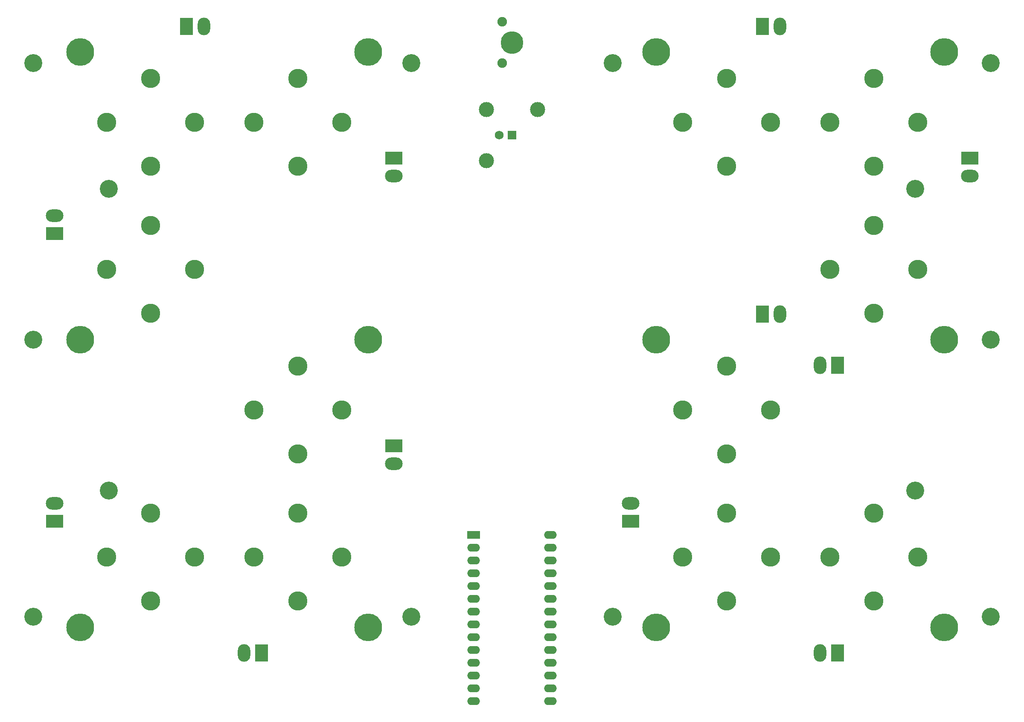
<source format=gbs>
%TF.GenerationSoftware,KiCad,Pcbnew,5.1.10-88a1d61d58~88~ubuntu20.10.1*%
%TF.CreationDate,2021-06-25T14:56:41-04:00*%
%TF.ProjectId,lickport_array_module,6c69636b-706f-4727-945f-61727261795f,1.1*%
%TF.SameCoordinates,Original*%
%TF.FileFunction,Soldermask,Bot*%
%TF.FilePolarity,Negative*%
%FSLAX46Y46*%
G04 Gerber Fmt 4.6, Leading zero omitted, Abs format (unit mm)*
G04 Created by KiCad (PCBNEW 5.1.10-88a1d61d58~88~ubuntu20.10.1) date 2021-06-25 14:56:41*
%MOMM*%
%LPD*%
G01*
G04 APERTURE LIST*
%ADD10C,1.900000*%
%ADD11C,4.500000*%
%ADD12C,3.810000*%
%ADD13O,2.540000X1.524000*%
%ADD14R,2.540000X1.524000*%
%ADD15C,3.000000*%
%ADD16C,1.750000*%
%ADD17R,1.750000X1.750000*%
%ADD18O,3.500000X2.500000*%
%ADD19R,3.500000X2.500000*%
%ADD20O,2.500000X3.500000*%
%ADD21R,2.500000X3.500000*%
%ADD22C,3.556000*%
%ADD23C,5.511800*%
G04 APERTURE END LIST*
D10*
%TO.C,P1*%
X137700000Y-33945000D03*
X137700000Y-25745000D03*
D11*
X139700000Y-29845000D03*
%TD*%
D12*
%TO.C,S1*%
X67945000Y-83658809D03*
X59216191Y-74930000D03*
X67945000Y-66201191D03*
X76673809Y-74930000D03*
%TD*%
%TO.C,S2*%
X59216191Y-45720000D03*
X67945000Y-36991191D03*
X76673809Y-45720000D03*
X67945000Y-54448809D03*
%TD*%
%TO.C,S3*%
X97155000Y-36991191D03*
X105883809Y-45720000D03*
X97155000Y-54448809D03*
X88426191Y-45720000D03*
%TD*%
%TO.C,S4*%
X173516191Y-45720000D03*
X182245000Y-36991191D03*
X190973809Y-45720000D03*
X182245000Y-54448809D03*
%TD*%
%TO.C,S5*%
X211455000Y-36991191D03*
X220183809Y-45720000D03*
X211455000Y-54448809D03*
X202726191Y-45720000D03*
%TD*%
%TO.C,S6*%
X220183809Y-74930000D03*
X211455000Y-83658809D03*
X202726191Y-74930000D03*
X211455000Y-66201191D03*
%TD*%
%TO.C,S7*%
X220183809Y-132080000D03*
X211455000Y-140808809D03*
X202726191Y-132080000D03*
X211455000Y-123351191D03*
%TD*%
%TO.C,S8*%
X173516191Y-102870000D03*
X182245000Y-94141191D03*
X190973809Y-102870000D03*
X182245000Y-111598809D03*
%TD*%
%TO.C,S9*%
X182245000Y-140808809D03*
X173516191Y-132080000D03*
X182245000Y-123351191D03*
X190973809Y-132080000D03*
%TD*%
%TO.C,S10*%
X105883809Y-132080000D03*
X97155000Y-140808809D03*
X88426191Y-132080000D03*
X97155000Y-123351191D03*
%TD*%
%TO.C,S11*%
X67945000Y-140808809D03*
X59216191Y-132080000D03*
X67945000Y-123351191D03*
X76673809Y-132080000D03*
%TD*%
%TO.C,S12*%
X97155000Y-94141191D03*
X105883809Y-102870000D03*
X97155000Y-111598809D03*
X88426191Y-102870000D03*
%TD*%
D13*
%TO.C,TEENSY1*%
X147320000Y-127635000D03*
X147320000Y-130175000D03*
X147320000Y-132715000D03*
X147320000Y-135255000D03*
X147320000Y-137795000D03*
X147320000Y-140335000D03*
X147320000Y-142875000D03*
X147320000Y-145415000D03*
X147320000Y-147955000D03*
X147320000Y-150495000D03*
X147320000Y-153035000D03*
X147320000Y-155575000D03*
X147320000Y-158115000D03*
X147320000Y-160655000D03*
X132080000Y-160655000D03*
X132080000Y-158115000D03*
X132080000Y-155575000D03*
X132080000Y-153035000D03*
X132080000Y-150495000D03*
X132080000Y-147955000D03*
X132080000Y-145415000D03*
X132080000Y-142875000D03*
X132080000Y-140335000D03*
X132080000Y-137795000D03*
X132080000Y-135255000D03*
X132080000Y-132715000D03*
X132080000Y-130175000D03*
D14*
X132080000Y-127635000D03*
%TD*%
D15*
%TO.C,P2*%
X134620000Y-53340000D03*
D16*
X137160000Y-48260000D03*
D17*
X139700000Y-48260000D03*
D15*
X144780000Y-43180000D03*
X134620000Y-43180000D03*
%TD*%
D18*
%TO.C,T1*%
X48895000Y-64290000D03*
D19*
X48895000Y-67790000D03*
%TD*%
D20*
%TO.C,T2*%
X78585000Y-26670000D03*
D21*
X75085000Y-26670000D03*
%TD*%
D18*
%TO.C,T3*%
X116205000Y-56360000D03*
D19*
X116205000Y-52860000D03*
%TD*%
D20*
%TO.C,T4*%
X192885000Y-26670000D03*
D21*
X189385000Y-26670000D03*
%TD*%
D18*
%TO.C,T5*%
X230505000Y-56360000D03*
D19*
X230505000Y-52860000D03*
%TD*%
D20*
%TO.C,T6*%
X200815000Y-93980000D03*
D21*
X204315000Y-93980000D03*
%TD*%
D20*
%TO.C,T7*%
X200815000Y-151130000D03*
D21*
X204315000Y-151130000D03*
%TD*%
D20*
%TO.C,T8*%
X192885000Y-83820000D03*
D21*
X189385000Y-83820000D03*
%TD*%
D18*
%TO.C,T9*%
X163195000Y-121440000D03*
D19*
X163195000Y-124940000D03*
%TD*%
D20*
%TO.C,T10*%
X86515000Y-151130000D03*
D21*
X90015000Y-151130000D03*
%TD*%
D18*
%TO.C,T11*%
X48895000Y-121440000D03*
D19*
X48895000Y-124940000D03*
%TD*%
D18*
%TO.C,T12*%
X116205000Y-113510000D03*
D19*
X116205000Y-110010000D03*
%TD*%
D22*
%TO.C,MH1*%
X44700000Y-33900000D03*
%TD*%
%TO.C,MH2*%
X119700000Y-33900000D03*
%TD*%
%TO.C,MH3*%
X159700000Y-33900000D03*
%TD*%
%TO.C,MH4*%
X234700000Y-33900000D03*
%TD*%
%TO.C,MH5*%
X219700000Y-58900000D03*
%TD*%
%TO.C,MH6*%
X234700000Y-88900000D03*
%TD*%
%TO.C,MH7*%
X219700000Y-118900000D03*
%TD*%
%TO.C,MH8*%
X234700000Y-143900000D03*
%TD*%
%TO.C,MH9*%
X159700000Y-143900000D03*
%TD*%
%TO.C,MH10*%
X119700000Y-143900000D03*
%TD*%
%TO.C,MH11*%
X44700000Y-143900000D03*
%TD*%
%TO.C,MH12*%
X59700000Y-118900000D03*
%TD*%
%TO.C,MH13*%
X44700000Y-88900000D03*
%TD*%
%TO.C,MH14*%
X59700000Y-58900000D03*
%TD*%
D23*
%TO.C,P3*%
X53975000Y-88900000D03*
%TD*%
%TO.C,P4*%
X53975000Y-31750000D03*
%TD*%
%TO.C,P5*%
X111125000Y-31750000D03*
%TD*%
%TO.C,P6*%
X168275000Y-31750000D03*
%TD*%
%TO.C,P7*%
X225425000Y-31750000D03*
%TD*%
%TO.C,P8*%
X225425000Y-88900000D03*
%TD*%
%TO.C,P9*%
X225425000Y-146050000D03*
%TD*%
%TO.C,P10*%
X168275000Y-88900000D03*
%TD*%
%TO.C,P11*%
X168275000Y-146050000D03*
%TD*%
%TO.C,P12*%
X111125000Y-146050000D03*
%TD*%
%TO.C,P13*%
X53975000Y-146050000D03*
%TD*%
%TO.C,P14*%
X111125000Y-88900000D03*
%TD*%
M02*

</source>
